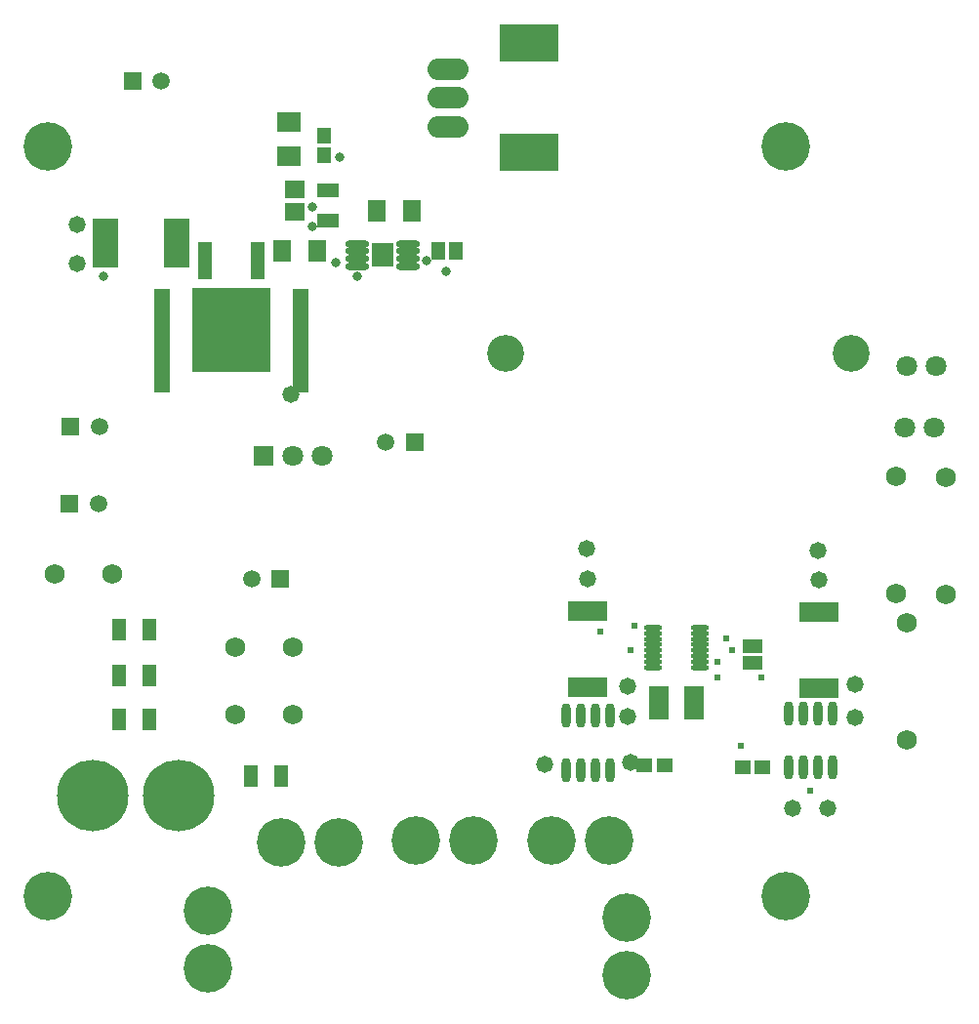
<source format=gts>
G04 Layer_Color=20142*
%FSLAX24Y24*%
%MOIN*%
G70*
G01*
G75*
%ADD66R,0.0551X0.3543*%
%ADD67R,0.0513X0.0749*%
%ADD68R,0.0761X0.0808*%
%ADD69O,0.0808X0.0257*%
%ADD70R,0.0690X0.0612*%
%ADD71R,0.0907X0.1655*%
%ADD72R,0.0592X0.0769*%
%ADD73R,0.0513X0.0572*%
%ADD74R,0.0474X0.1261*%
%ADD75R,0.2678X0.2915*%
%ADD76R,0.0749X0.0513*%
%ADD77R,0.0474X0.0592*%
%ADD78R,0.0828X0.0671*%
%ADD79O,0.0631X0.0178*%
%ADD80R,0.1340X0.0671*%
%ADD81R,0.1340X0.0671*%
%ADD82O,0.0316X0.0828*%
%ADD83R,0.0671X0.1182*%
%ADD84R,0.0520X0.0480*%
%ADD85R,0.0651X0.0493*%
%ADD86C,0.1655*%
%ADD87C,0.2442*%
%ADD88R,0.2049X0.1261*%
%ADD89O,0.1400X0.0740*%
%ADD90C,0.1261*%
%ADD91R,0.0710X0.0710*%
%ADD92C,0.0710*%
%ADD93C,0.0680*%
%ADD94C,0.0592*%
%ADD95R,0.0592X0.0592*%
%ADD96C,0.0580*%
%ADD97C,0.0237*%
%ADD98C,0.0316*%
D66*
X25020Y35315D02*
D03*
X20256D02*
D03*
D67*
X18819Y25472D02*
D03*
X19843D02*
D03*
X18819Y23898D02*
D03*
X19843D02*
D03*
X18819Y22402D02*
D03*
X19843D02*
D03*
X24331Y20472D02*
D03*
X23307D02*
D03*
D68*
X27800Y38250D02*
D03*
D69*
X28676Y37866D02*
D03*
Y38122D02*
D03*
Y38378D02*
D03*
Y38634D02*
D03*
X26924Y37866D02*
D03*
Y38122D02*
D03*
Y38378D02*
D03*
Y38634D02*
D03*
D70*
X24803Y40502D02*
D03*
Y39734D02*
D03*
D71*
X20787Y38661D02*
D03*
X18346D02*
D03*
D72*
X27600Y39750D02*
D03*
X28800D02*
D03*
X25561Y38386D02*
D03*
X24360D02*
D03*
D73*
X25800Y42335D02*
D03*
Y41665D02*
D03*
D74*
X23535Y38071D02*
D03*
X21740D02*
D03*
D75*
X22638Y35689D02*
D03*
D76*
X25950Y39438D02*
D03*
Y40462D02*
D03*
D77*
X29705Y38400D02*
D03*
X30295D02*
D03*
D78*
X24600Y41609D02*
D03*
Y42791D02*
D03*
D79*
X38642Y24154D02*
D03*
Y24350D02*
D03*
Y24547D02*
D03*
Y24744D02*
D03*
Y24941D02*
D03*
Y25138D02*
D03*
Y25335D02*
D03*
Y25531D02*
D03*
X37028Y24154D02*
D03*
Y24350D02*
D03*
Y24547D02*
D03*
Y24744D02*
D03*
Y24941D02*
D03*
Y25138D02*
D03*
Y25335D02*
D03*
Y25531D02*
D03*
D80*
X42715Y26066D02*
D03*
X34821Y23487D02*
D03*
D81*
X42715Y23467D02*
D03*
X34821Y26085D02*
D03*
D82*
X43160Y22591D02*
D03*
X42660D02*
D03*
X42160D02*
D03*
X41660D02*
D03*
X43160Y20741D02*
D03*
X42660D02*
D03*
X42160D02*
D03*
X41660D02*
D03*
X35571Y22522D02*
D03*
X35071D02*
D03*
X34571D02*
D03*
X34071D02*
D03*
X35571Y20672D02*
D03*
X35071D02*
D03*
X34571D02*
D03*
X34071D02*
D03*
D83*
X37244Y22953D02*
D03*
X38425D02*
D03*
D84*
X40769Y20751D02*
D03*
X40094D02*
D03*
X36749Y20827D02*
D03*
X37424D02*
D03*
D85*
X40433Y24892D02*
D03*
Y24321D02*
D03*
D86*
X21850Y15869D02*
D03*
Y13900D02*
D03*
X24332Y18200D02*
D03*
X26300D02*
D03*
X28932Y18250D02*
D03*
X30900D02*
D03*
X36150Y15618D02*
D03*
Y13650D02*
D03*
X33582Y18250D02*
D03*
X35550D02*
D03*
X41559Y41948D02*
D03*
Y16358D02*
D03*
X16362D02*
D03*
Y41948D02*
D03*
D87*
X17900Y19800D02*
D03*
X20853D02*
D03*
D88*
X32795Y41752D02*
D03*
Y45492D02*
D03*
D89*
X30039Y44606D02*
D03*
Y43622D02*
D03*
Y42632D02*
D03*
D90*
X43819Y34882D02*
D03*
X32008D02*
D03*
D91*
X23724Y31378D02*
D03*
D92*
X24724D02*
D03*
X25724D02*
D03*
X46650Y32350D02*
D03*
X45650D02*
D03*
X46700Y34450D02*
D03*
X45700D02*
D03*
D93*
X22756Y24843D02*
D03*
X24724D02*
D03*
X22756Y22559D02*
D03*
X24724D02*
D03*
X18583Y27362D02*
D03*
X16614D02*
D03*
X45700Y25700D02*
D03*
Y21700D02*
D03*
X47050Y30650D02*
D03*
Y26650D02*
D03*
X45350Y26700D02*
D03*
Y30700D02*
D03*
D94*
X18130Y32402D02*
D03*
X20245Y44206D02*
D03*
X27908Y31850D02*
D03*
X18091Y29764D02*
D03*
X23327Y27205D02*
D03*
D95*
X17146Y32402D02*
D03*
X19261Y44206D02*
D03*
X28892Y31850D02*
D03*
X17106Y29764D02*
D03*
X24311Y27205D02*
D03*
D96*
X17362Y37953D02*
D03*
Y39291D02*
D03*
X41809Y19373D02*
D03*
X42991D02*
D03*
X33345Y20869D02*
D03*
X36180Y23507D02*
D03*
Y22483D02*
D03*
X24685Y33504D02*
D03*
X36258Y20908D02*
D03*
X43937Y23583D02*
D03*
Y22441D02*
D03*
X42717Y27165D02*
D03*
X34803Y27205D02*
D03*
X34764Y28228D02*
D03*
X42677Y28150D02*
D03*
D97*
X27997Y38053D02*
D03*
X27603D02*
D03*
X27997Y38447D02*
D03*
X27603D02*
D03*
X39724Y24764D02*
D03*
X40039Y21496D02*
D03*
X35236Y25394D02*
D03*
X36280Y24744D02*
D03*
X39527Y25157D02*
D03*
X39232Y24350D02*
D03*
Y23839D02*
D03*
X36417Y25591D02*
D03*
X42400Y19963D02*
D03*
X40748Y23819D02*
D03*
D98*
X18268Y37520D02*
D03*
X26924Y37525D02*
D03*
X25394Y39213D02*
D03*
X26220Y37992D02*
D03*
X29291Y38071D02*
D03*
X25394Y39882D02*
D03*
X29961Y37677D02*
D03*
X26339Y41575D02*
D03*
M02*

</source>
